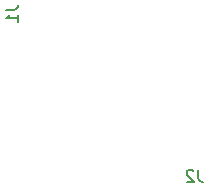
<source format=gbr>
%TF.GenerationSoftware,KiCad,Pcbnew,(6.0.7)*%
%TF.CreationDate,2023-01-04T15:29:54-05:00*%
%TF.ProjectId,PrototypeBoard,50726f74-6f74-4797-9065-426f6172642e,rev?*%
%TF.SameCoordinates,Original*%
%TF.FileFunction,Legend,Bot*%
%TF.FilePolarity,Positive*%
%FSLAX46Y46*%
G04 Gerber Fmt 4.6, Leading zero omitted, Abs format (unit mm)*
G04 Created by KiCad (PCBNEW (6.0.7)) date 2023-01-04 15:29:54*
%MOMM*%
%LPD*%
G01*
G04 APERTURE LIST*
%ADD10C,0.150000*%
%ADD11R,2.350000X0.600000*%
%ADD12R,2.000000X2.000000*%
G04 APERTURE END LIST*
D10*
%TO.C,J1*%
X90916792Y-115426224D02*
X91631078Y-115426224D01*
X91773935Y-115378605D01*
X91869173Y-115283367D01*
X91916792Y-115140510D01*
X91916792Y-115045272D01*
X91916792Y-116426224D02*
X91916792Y-115854796D01*
X91916792Y-116140510D02*
X90916792Y-116140510D01*
X91059650Y-116045272D01*
X91154888Y-115950034D01*
X91202507Y-115854796D01*
%TO.C,J2*%
X107216533Y-128966980D02*
X107216533Y-129681266D01*
X107264152Y-129824123D01*
X107359390Y-129919361D01*
X107502247Y-129966980D01*
X107597485Y-129966980D01*
X106787961Y-129062219D02*
X106740342Y-129014600D01*
X106645104Y-128966980D01*
X106407009Y-128966980D01*
X106311771Y-129014600D01*
X106264152Y-129062219D01*
X106216533Y-129157457D01*
X106216533Y-129252695D01*
X106264152Y-129395552D01*
X106835580Y-129966980D01*
X106216533Y-129966980D01*
%TD*%
%LPC*%
D11*
%TO.C,J1*%
X91539412Y-112109558D03*
X91539412Y-111309558D03*
X91539412Y-110509558D03*
X91539412Y-109709558D03*
X91539412Y-108909558D03*
X91539412Y-108109558D03*
X91539412Y-107309558D03*
X91539412Y-106509558D03*
X91539412Y-102509558D03*
X91539412Y-101709558D03*
X91539412Y-100909558D03*
X91539412Y-100109558D03*
X91539412Y-99309558D03*
X91539412Y-98509558D03*
X91539412Y-97709558D03*
X91539412Y-96909558D03*
X91539412Y-96109558D03*
X91539412Y-95309558D03*
X91539412Y-94509558D03*
X91539412Y-93709558D03*
X91539412Y-92909558D03*
X91539412Y-92109558D03*
X91539412Y-91309558D03*
X91539412Y-90509558D03*
X91539412Y-89709558D03*
X91539412Y-88909558D03*
%TD*%
D12*
%TO.C,J2*%
X177800000Y-71120000D03*
X121920000Y-71120000D03*
X144780000Y-71120000D03*
X165100000Y-71120000D03*
X129621070Y-71174005D03*
X134620000Y-71120000D03*
X139700000Y-71120000D03*
X111760000Y-71120000D03*
X132080000Y-71120000D03*
X114300000Y-71120000D03*
X142240000Y-71120000D03*
X124422847Y-71174005D03*
X147320000Y-71120000D03*
X157480000Y-71120000D03*
X152325695Y-71174005D03*
X126925695Y-71174005D03*
X119380000Y-71120000D03*
X137160000Y-71120000D03*
X162560000Y-71120000D03*
X155021070Y-71174005D03*
X160020000Y-71120000D03*
X149822847Y-71174005D03*
X167640000Y-71120000D03*
X172720000Y-71120000D03*
X170180000Y-71120000D03*
X116840000Y-71120000D03*
X175222847Y-71174005D03*
X114300000Y-73660000D03*
X124422847Y-73714005D03*
X137160000Y-73660000D03*
X129621070Y-73714005D03*
X126925695Y-73714005D03*
X175222847Y-73714005D03*
X119380000Y-73660000D03*
X155021070Y-73714005D03*
X165100000Y-73660000D03*
X134620000Y-73660000D03*
X111760000Y-73660000D03*
X144780000Y-73660000D03*
X152325695Y-73714005D03*
X121920000Y-73660000D03*
X116840000Y-73660000D03*
X172720000Y-73660000D03*
X132080000Y-73660000D03*
X149822847Y-73714005D03*
X162560000Y-73660000D03*
X170180000Y-73660000D03*
X142240000Y-73660000D03*
X139700000Y-73660000D03*
X157480000Y-73660000D03*
X177800000Y-73660000D03*
X147320000Y-73660000D03*
X160020000Y-73660000D03*
X167640000Y-73660000D03*
X144780000Y-76200000D03*
X121920000Y-76200000D03*
X119380000Y-76200000D03*
X134620000Y-76200000D03*
X175222847Y-76254005D03*
X129621070Y-76254005D03*
X142240000Y-76200000D03*
X170180000Y-76200000D03*
X172720000Y-76200000D03*
X177800000Y-76200000D03*
X139700000Y-76200000D03*
X137160000Y-76200000D03*
X116840000Y-76200000D03*
X149822847Y-76254005D03*
X132080000Y-76200000D03*
X165100000Y-76200000D03*
X162560000Y-76200000D03*
X147320000Y-76200000D03*
X124422847Y-76254005D03*
X114300000Y-76200000D03*
X152325695Y-76254005D03*
X111760000Y-76200000D03*
X167640000Y-76200000D03*
X126925695Y-76254005D03*
X157480000Y-76200000D03*
X160020000Y-76200000D03*
X155021070Y-76254005D03*
X114300000Y-78740000D03*
X142240000Y-78740000D03*
X129621070Y-78794005D03*
X149822847Y-78794005D03*
X170180000Y-78740000D03*
X147320000Y-78740000D03*
X165100000Y-78740000D03*
X116840000Y-78740000D03*
X139700000Y-78740000D03*
X172720000Y-78740000D03*
X155021070Y-78794005D03*
X132080000Y-78740000D03*
X177800000Y-78740000D03*
X134620000Y-78740000D03*
X126925695Y-78794005D03*
X157480000Y-78740000D03*
X137160000Y-78740000D03*
X167640000Y-78740000D03*
X175222847Y-78794005D03*
X144780000Y-78740000D03*
X119380000Y-78740000D03*
X121920000Y-78740000D03*
X160020000Y-78740000D03*
X162560000Y-78740000D03*
X111760000Y-78740000D03*
X124422847Y-78794005D03*
X152325695Y-78794005D03*
X114300000Y-81280000D03*
X157480000Y-81280000D03*
X149822847Y-81334005D03*
X124422847Y-81334005D03*
X167640000Y-81280000D03*
X175222847Y-81334005D03*
X126925695Y-81334005D03*
X134620000Y-81280000D03*
X162560000Y-81280000D03*
X155021070Y-81334005D03*
X147320000Y-81280000D03*
X132080000Y-81280000D03*
X119380000Y-81280000D03*
X144780000Y-81280000D03*
X121920000Y-81280000D03*
X177800000Y-81280000D03*
X165100000Y-81280000D03*
X116840000Y-81280000D03*
X152325695Y-81334005D03*
X111760000Y-81280000D03*
X129621070Y-81334005D03*
X142240000Y-81280000D03*
X139700000Y-81280000D03*
X137160000Y-81280000D03*
X160020000Y-81280000D03*
X172720000Y-81280000D03*
X170180000Y-81280000D03*
X116840000Y-83820000D03*
X157480000Y-83820000D03*
X137160000Y-83820000D03*
X132080000Y-83820000D03*
X167640000Y-83820000D03*
X170180000Y-83820000D03*
X142240000Y-83820000D03*
X165100000Y-83820000D03*
X155021070Y-83874005D03*
X162560000Y-83820000D03*
X111760000Y-83820000D03*
X175222847Y-83874005D03*
X139700000Y-83820000D03*
X144780000Y-83820000D03*
X114300000Y-83820000D03*
X152325695Y-83874005D03*
X124422847Y-83874005D03*
X160020000Y-83820000D03*
X129621070Y-83874005D03*
X121920000Y-83820000D03*
X172720000Y-83820000D03*
X134620000Y-83820000D03*
X126925695Y-83874005D03*
X119380000Y-83820000D03*
X177800000Y-83820000D03*
X147320000Y-83820000D03*
X149822847Y-83874005D03*
X172720000Y-86360000D03*
X137160000Y-86360000D03*
X149822847Y-86414005D03*
X114300000Y-86360000D03*
X167640000Y-86360000D03*
X175222847Y-86414005D03*
X160020000Y-86360000D03*
X177800000Y-86360000D03*
X170180000Y-86360000D03*
X119380000Y-86360000D03*
X132080000Y-86360000D03*
X142240000Y-86360000D03*
X155021070Y-86414005D03*
X152325695Y-86414005D03*
X162560000Y-86360000D03*
X121920000Y-86360000D03*
X116840000Y-86360000D03*
X129621070Y-86414005D03*
X144780000Y-86360000D03*
X157480000Y-86360000D03*
X126925695Y-86414005D03*
X111760000Y-86360000D03*
X147320000Y-86360000D03*
X124422847Y-86414005D03*
X165100000Y-86360000D03*
X139700000Y-86360000D03*
X134620000Y-86360000D03*
X157480000Y-88900000D03*
X119380000Y-88900000D03*
X134620000Y-88900000D03*
X172720000Y-88900000D03*
X170180000Y-88900000D03*
X111760000Y-88900000D03*
X142240000Y-88900000D03*
X124422847Y-88954005D03*
X116840000Y-88900000D03*
X165100000Y-88900000D03*
X137160000Y-88900000D03*
X162560000Y-88900000D03*
X139700000Y-88900000D03*
X152325695Y-88954005D03*
X175222847Y-88954005D03*
X114300000Y-88900000D03*
X121920000Y-88900000D03*
X149822847Y-88954005D03*
X126925695Y-88954005D03*
X132080000Y-88900000D03*
X129621070Y-88954005D03*
X167640000Y-88900000D03*
X177800000Y-88900000D03*
X144780000Y-88900000D03*
X160020000Y-88900000D03*
X147320000Y-88900000D03*
X155021070Y-88954005D03*
X152325695Y-91494005D03*
X116840000Y-91440000D03*
X147320000Y-91440000D03*
X111760000Y-91440000D03*
X162560000Y-91440000D03*
X142240000Y-91440000D03*
X157480000Y-91440000D03*
X155021070Y-91494005D03*
X167640000Y-91440000D03*
X119380000Y-91440000D03*
X139700000Y-91440000D03*
X175222847Y-91494005D03*
X132080000Y-91440000D03*
X177800000Y-91440000D03*
X172720000Y-91440000D03*
X170180000Y-91440000D03*
X137160000Y-91440000D03*
X121920000Y-91440000D03*
X114300000Y-91440000D03*
X144780000Y-91440000D03*
X149822847Y-91494005D03*
X134620000Y-91440000D03*
X126925695Y-91494005D03*
X160020000Y-91440000D03*
X124422847Y-91494005D03*
X165100000Y-91440000D03*
X129621070Y-91494005D03*
X172720000Y-93980000D03*
X165100000Y-93980000D03*
X170180000Y-93980000D03*
X177800000Y-93980000D03*
X114300000Y-93980000D03*
X124422847Y-94034005D03*
X121920000Y-93980000D03*
X116840000Y-93980000D03*
X129621070Y-94034005D03*
X119380000Y-93980000D03*
X139700000Y-93980000D03*
X152325695Y-94034005D03*
X160020000Y-93980000D03*
X167640000Y-93980000D03*
X144780000Y-93980000D03*
X175222847Y-94034005D03*
X162560000Y-93980000D03*
X142240000Y-93980000D03*
X155021070Y-94034005D03*
X132080000Y-93980000D03*
X137160000Y-93980000D03*
X157480000Y-93980000D03*
X111760000Y-93980000D03*
X149822847Y-94034005D03*
X126925695Y-94034005D03*
X147320000Y-93980000D03*
X134620000Y-93980000D03*
X167640000Y-96520000D03*
X157480000Y-96520000D03*
X152325695Y-96574005D03*
X177800000Y-96520000D03*
X121920000Y-96520000D03*
X172720000Y-96520000D03*
X129621070Y-96574005D03*
X144780000Y-96520000D03*
X134620000Y-96520000D03*
X116840000Y-96520000D03*
X124422847Y-96574005D03*
X160020000Y-96520000D03*
X119380000Y-96520000D03*
X170180000Y-96520000D03*
X137160000Y-96520000D03*
X149822847Y-96574005D03*
X155021070Y-96574005D03*
X175222847Y-96574005D03*
X111760000Y-96520000D03*
X114300000Y-96520000D03*
X162560000Y-96520000D03*
X139700000Y-96520000D03*
X132080000Y-96520000D03*
X165100000Y-96520000D03*
X147320000Y-96520000D03*
X126925695Y-96574005D03*
X142240000Y-96520000D03*
X149822847Y-99114005D03*
X157480000Y-99060000D03*
X162560000Y-99060000D03*
X116840000Y-99060000D03*
X172720000Y-99060000D03*
X155021070Y-99114005D03*
X121920000Y-99060000D03*
X137160000Y-99060000D03*
X147320000Y-99060000D03*
X111760000Y-99060000D03*
X152325695Y-99114005D03*
X114300000Y-99060000D03*
X129621070Y-99114005D03*
X139700000Y-99060000D03*
X177800000Y-99060000D03*
X132080000Y-99060000D03*
X167640000Y-99060000D03*
X142240000Y-99060000D03*
X144780000Y-99060000D03*
X124422847Y-99114005D03*
X175222847Y-99114005D03*
X134620000Y-99060000D03*
X119380000Y-99060000D03*
X126925695Y-99114005D03*
X165100000Y-99060000D03*
X160020000Y-99060000D03*
X170180000Y-99060000D03*
X111760000Y-101600000D03*
X149822847Y-101654005D03*
X132080000Y-101600000D03*
X126925695Y-101654005D03*
X121920000Y-101600000D03*
X142240000Y-101600000D03*
X157480000Y-101600000D03*
X165100000Y-101600000D03*
X134620000Y-101600000D03*
X124422847Y-101654005D03*
X175222847Y-101654005D03*
X162560000Y-101600000D03*
X116840000Y-101600000D03*
X137160000Y-101600000D03*
X129621070Y-101654005D03*
X172720000Y-101600000D03*
X155021070Y-101654005D03*
X160020000Y-101600000D03*
X177800000Y-101600000D03*
X167640000Y-101600000D03*
X147320000Y-101600000D03*
X114300000Y-101600000D03*
X152325695Y-101654005D03*
X170180000Y-101600000D03*
X119380000Y-101600000D03*
X139700000Y-101600000D03*
X144780000Y-101600000D03*
X114300000Y-104140000D03*
X126925695Y-104194005D03*
X152325695Y-104194005D03*
X165100000Y-104140000D03*
X134620000Y-104140000D03*
X119380000Y-104140000D03*
X155021070Y-104194005D03*
X111760000Y-104140000D03*
X177800000Y-104140000D03*
X147320000Y-104140000D03*
X175222847Y-104194005D03*
X129621070Y-104194005D03*
X144780000Y-104140000D03*
X121920000Y-104140000D03*
X149822847Y-104194005D03*
X137160000Y-104140000D03*
X160020000Y-104140000D03*
X170180000Y-104140000D03*
X167640000Y-104140000D03*
X139700000Y-104140000D03*
X142240000Y-104140000D03*
X124422847Y-104194005D03*
X162560000Y-104140000D03*
X157480000Y-104140000D03*
X172720000Y-104140000D03*
X132080000Y-104140000D03*
X116840000Y-104140000D03*
X175222847Y-106734005D03*
X139700000Y-106680000D03*
X134620000Y-106680000D03*
X126925695Y-106734005D03*
X111760000Y-106680000D03*
X147320000Y-106680000D03*
X124422847Y-106734005D03*
X116840000Y-106680000D03*
X160020000Y-106680000D03*
X144780000Y-106680000D03*
X132080000Y-106680000D03*
X155021070Y-106734005D03*
X162560000Y-106680000D03*
X119380000Y-106680000D03*
X167640000Y-106680000D03*
X165100000Y-106680000D03*
X137160000Y-106680000D03*
X177800000Y-106680000D03*
X114300000Y-106680000D03*
X152325695Y-106734005D03*
X172720000Y-106680000D03*
X157480000Y-106680000D03*
X170180000Y-106680000D03*
X129621070Y-106734005D03*
X121920000Y-106680000D03*
X149822847Y-106734005D03*
X142240000Y-106680000D03*
X124422847Y-109274005D03*
X137160000Y-109220000D03*
X111760000Y-109220000D03*
X129621070Y-109274005D03*
X119380000Y-109220000D03*
X175222847Y-109274005D03*
X160020000Y-109220000D03*
X149822847Y-109274005D03*
X126925695Y-109274005D03*
X144780000Y-109220000D03*
X116840000Y-109220000D03*
X121920000Y-109220000D03*
X157480000Y-109220000D03*
X142240000Y-109220000D03*
X114300000Y-109220000D03*
X139700000Y-109220000D03*
X147320000Y-109220000D03*
X172720000Y-109220000D03*
X165100000Y-109220000D03*
X162560000Y-109220000D03*
X152325695Y-109274005D03*
X132080000Y-109220000D03*
X134620000Y-109220000D03*
X155021070Y-109274005D03*
X170180000Y-109220000D03*
X177800000Y-109220000D03*
X167640000Y-109220000D03*
X162560000Y-111760000D03*
X126925695Y-111814005D03*
X132080000Y-111760000D03*
X157480000Y-111760000D03*
X155021070Y-111814005D03*
X134620000Y-111760000D03*
X175222847Y-111814005D03*
X160020000Y-111760000D03*
X139700000Y-111760000D03*
X116840000Y-111760000D03*
X121920000Y-111760000D03*
X152325695Y-111814005D03*
X142240000Y-111760000D03*
X167640000Y-111760000D03*
X165100000Y-111760000D03*
X129621070Y-111814005D03*
X137160000Y-111760000D03*
X170180000Y-111760000D03*
X124422847Y-111814005D03*
X119380000Y-111760000D03*
X147320000Y-111760000D03*
X172720000Y-111760000D03*
X177800000Y-111760000D03*
X111760000Y-111760000D03*
X114300000Y-111760000D03*
X144780000Y-111760000D03*
X149822847Y-111814005D03*
X172720000Y-114300000D03*
X111760000Y-114300000D03*
X121920000Y-114300000D03*
X119380000Y-114300000D03*
X157480000Y-114300000D03*
X167640000Y-114300000D03*
X162560000Y-114300000D03*
X155021070Y-114354005D03*
X147320000Y-114300000D03*
X144780000Y-114300000D03*
X137160000Y-114300000D03*
X126925695Y-114354005D03*
X142240000Y-114300000D03*
X124422847Y-114354005D03*
X114300000Y-114300000D03*
X175222847Y-114354005D03*
X177800000Y-114300000D03*
X134620000Y-114300000D03*
X132080000Y-114300000D03*
X152325695Y-114354005D03*
X129621070Y-114354005D03*
X139700000Y-114300000D03*
X165100000Y-114300000D03*
X170180000Y-114300000D03*
X116840000Y-114300000D03*
X149822847Y-114354005D03*
X160020000Y-114300000D03*
X149822847Y-116894005D03*
X142240000Y-116840000D03*
X116840000Y-116840000D03*
X155021070Y-116894005D03*
X126925695Y-116894005D03*
X129621070Y-116894005D03*
X137160000Y-116840000D03*
X132080000Y-116840000D03*
X139700000Y-116840000D03*
X152325695Y-116894005D03*
X160020000Y-116840000D03*
X114300000Y-116840000D03*
X144780000Y-116840000D03*
X119380000Y-116840000D03*
X170180000Y-116840000D03*
X124422847Y-116894005D03*
X121920000Y-116840000D03*
X162560000Y-116840000D03*
X157480000Y-116840000D03*
X172720000Y-116840000D03*
X111760000Y-116840000D03*
X177800000Y-116840000D03*
X147320000Y-116840000D03*
X134620000Y-116840000D03*
X175222847Y-116894005D03*
X165100000Y-116840000D03*
X167640000Y-116840000D03*
X132080000Y-119380000D03*
X157480000Y-119380000D03*
X172720000Y-119380000D03*
X124422847Y-119434005D03*
X111760000Y-119380000D03*
X129621070Y-119434005D03*
X152325695Y-119434005D03*
X134620000Y-119380000D03*
X177800000Y-119380000D03*
X139700000Y-119380000D03*
X149822847Y-119434005D03*
X147320000Y-119380000D03*
X160020000Y-119380000D03*
X167640000Y-119380000D03*
X126925695Y-119434005D03*
X137160000Y-119380000D03*
X114300000Y-119380000D03*
X119380000Y-119380000D03*
X170180000Y-119380000D03*
X116840000Y-119380000D03*
X162560000Y-119380000D03*
X144780000Y-119380000D03*
X155021070Y-119434005D03*
X175222847Y-119434005D03*
X142240000Y-119380000D03*
X121920000Y-119380000D03*
X165100000Y-119380000D03*
X172720000Y-121920000D03*
X152325695Y-121974005D03*
X157480000Y-121920000D03*
X147320000Y-121920000D03*
X139700000Y-121920000D03*
X149822847Y-121974005D03*
X134620000Y-121920000D03*
X114300000Y-121920000D03*
X175222847Y-121974005D03*
X162560000Y-121920000D03*
X137160000Y-121920000D03*
X142240000Y-121920000D03*
X170180000Y-121920000D03*
X124422847Y-121974005D03*
X160020000Y-121920000D03*
X116840000Y-121920000D03*
X167640000Y-121920000D03*
X165100000Y-121920000D03*
X132080000Y-121920000D03*
X129621070Y-121974005D03*
X144780000Y-121920000D03*
X111760000Y-121920000D03*
X126925695Y-121974005D03*
X155021070Y-121974005D03*
X121920000Y-121920000D03*
X177800000Y-121920000D03*
X119380000Y-121920000D03*
X152325695Y-124514005D03*
X139700000Y-124460000D03*
X167640000Y-124460000D03*
X165100000Y-124460000D03*
X157480000Y-124460000D03*
X124422847Y-124514005D03*
X111760000Y-124460000D03*
X177800000Y-124460000D03*
X144780000Y-124460000D03*
X121920000Y-124460000D03*
X137160000Y-124460000D03*
X170180000Y-124460000D03*
X155021070Y-124514005D03*
X175222847Y-124514005D03*
X147320000Y-124460000D03*
X126925695Y-124514005D03*
X162560000Y-124460000D03*
X132080000Y-124460000D03*
X149822847Y-124514005D03*
X172720000Y-124460000D03*
X160020000Y-124460000D03*
X116840000Y-124460000D03*
X114300000Y-124460000D03*
X142240000Y-124460000D03*
X119380000Y-124460000D03*
X129621070Y-124514005D03*
X134620000Y-124460000D03*
X170180000Y-127000000D03*
X165100000Y-127000000D03*
X162560000Y-127000000D03*
X114300000Y-127000000D03*
X132080000Y-127000000D03*
X134620000Y-127000000D03*
X177800000Y-127000000D03*
X129621070Y-127054005D03*
X121920000Y-127000000D03*
X160020000Y-127000000D03*
X172720000Y-127000000D03*
X149822847Y-127054005D03*
X137160000Y-127000000D03*
X157480000Y-127000000D03*
X116840000Y-127000000D03*
X155021070Y-127054005D03*
X147320000Y-127000000D03*
X139700000Y-127000000D03*
X142240000Y-127000000D03*
X124422847Y-127054005D03*
X175222847Y-127054005D03*
X126925695Y-127054005D03*
X111760000Y-127000000D03*
X152325695Y-127054005D03*
X167640000Y-127000000D03*
X119380000Y-127000000D03*
X144780000Y-127000000D03*
X124422847Y-129594005D03*
X114300000Y-129540000D03*
X177800000Y-129540000D03*
X111760000Y-129540000D03*
X129621070Y-129594005D03*
X116840000Y-129540000D03*
X170180000Y-129540000D03*
X175222847Y-129594005D03*
X165100000Y-129540000D03*
X157480000Y-129540000D03*
X162560000Y-129540000D03*
X137160000Y-129540000D03*
X147320000Y-129540000D03*
X139700000Y-129540000D03*
X167640000Y-129540000D03*
X126925695Y-129594005D03*
X172720000Y-129540000D03*
X152325695Y-129594005D03*
X149822847Y-129594005D03*
X144780000Y-129540000D03*
X119380000Y-129540000D03*
X121920000Y-129540000D03*
X160020000Y-129540000D03*
X132080000Y-129540000D03*
X134620000Y-129540000D03*
X142240000Y-129540000D03*
X155021070Y-129594005D03*
X109220000Y-71120000D03*
X109220000Y-73660000D03*
X109220000Y-76200000D03*
X109220000Y-78740000D03*
X109220000Y-81280000D03*
X109220000Y-83820000D03*
X109220000Y-86360000D03*
X109220000Y-88900000D03*
X109220000Y-91440000D03*
X109220000Y-93980000D03*
X109220000Y-96520000D03*
X109220000Y-99060000D03*
X109220000Y-101600000D03*
X109220000Y-104140000D03*
X109220000Y-106680000D03*
X109220000Y-109220000D03*
X109220000Y-111760000D03*
X109220000Y-114300000D03*
X109220000Y-116840000D03*
X109220000Y-119380000D03*
X109220000Y-121920000D03*
X109220000Y-124460000D03*
X109220000Y-127000000D03*
X109220000Y-129540000D03*
%TD*%
M02*

</source>
